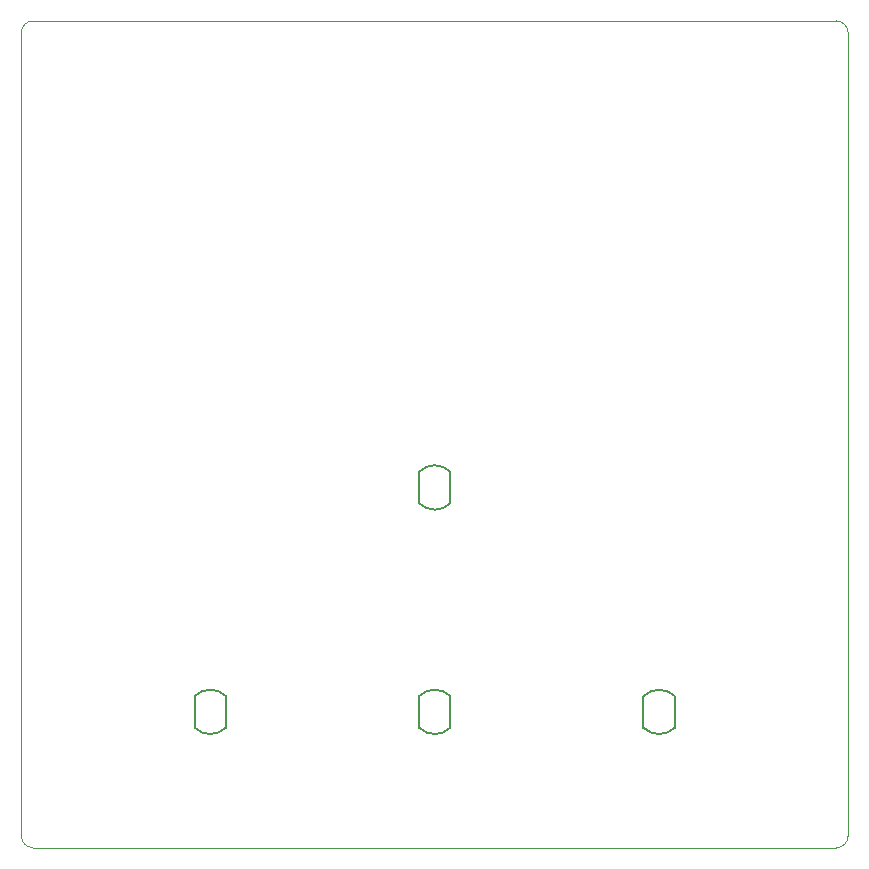
<source format=gm1>
%TF.GenerationSoftware,KiCad,Pcbnew,(6.0.7)*%
%TF.CreationDate,2022-08-25T16:09:55+02:00*%
%TF.ProjectId,esp32-minikeyboard-pcb,65737033-322d-46d6-996e-696b6579626f,rev?*%
%TF.SameCoordinates,Original*%
%TF.FileFunction,Profile,NP*%
%FSLAX46Y46*%
G04 Gerber Fmt 4.6, Leading zero omitted, Abs format (unit mm)*
G04 Created by KiCad (PCBNEW (6.0.7)) date 2022-08-25 16:09:55*
%MOMM*%
%LPD*%
G01*
G04 APERTURE LIST*
%TA.AperFunction,Profile*%
%ADD10C,0.150000*%
%TD*%
%TA.AperFunction,Profile*%
%ADD11C,0.100000*%
%TD*%
G04 APERTURE END LIST*
D10*
X86330000Y-109830000D02*
X86330000Y-107170000D01*
D11*
X120000000Y-51000000D02*
X120000000Y-119000000D01*
D10*
X67330000Y-107170000D02*
G75*
G03*
X64670000Y-107170000I-1330000J-1330000D01*
G01*
X86330000Y-88170000D02*
G75*
G03*
X83670000Y-88170000I-1330000J-1330000D01*
G01*
D11*
X50000000Y-119000000D02*
G75*
G03*
X51000000Y-120000000I1000000J0D01*
G01*
D10*
X102670000Y-109830000D02*
G75*
G03*
X105330000Y-109830000I1330000J1330000D01*
G01*
X102670000Y-107170000D02*
X102670000Y-109830000D01*
X83670000Y-109830000D02*
G75*
G03*
X86330000Y-109830000I1330000J1330000D01*
G01*
X86330000Y-90830000D02*
X86330000Y-88170000D01*
X64670000Y-107170000D02*
X64670000Y-109830000D01*
X83670000Y-90830000D02*
G75*
G03*
X86330000Y-90830000I1330000J1330000D01*
G01*
X83670000Y-88170000D02*
X83670000Y-90830000D01*
X86330000Y-107170000D02*
G75*
G03*
X83670000Y-107170000I-1330000J-1330000D01*
G01*
X64670000Y-109830000D02*
G75*
G03*
X67330000Y-109830000I1330000J1330000D01*
G01*
D11*
X51000000Y-50000000D02*
X119000000Y-50000000D01*
D10*
X105330000Y-107170000D02*
G75*
G03*
X102670000Y-107170000I-1330000J-1330000D01*
G01*
D11*
X50000000Y-51000000D02*
X50000000Y-119000000D01*
D10*
X67330000Y-109830000D02*
X67330000Y-107170000D01*
X105330000Y-109830000D02*
X105330000Y-107170000D01*
D11*
X120000000Y-51000000D02*
G75*
G03*
X119000000Y-50000000I-1000000J0D01*
G01*
X119000000Y-120000000D02*
G75*
G03*
X120000000Y-119000000I0J1000000D01*
G01*
X119000000Y-120000000D02*
X51000000Y-120000000D01*
X51000000Y-50000000D02*
G75*
G03*
X50000000Y-51000000I0J-1000000D01*
G01*
D10*
X83670000Y-107170000D02*
X83670000Y-109830000D01*
M02*

</source>
